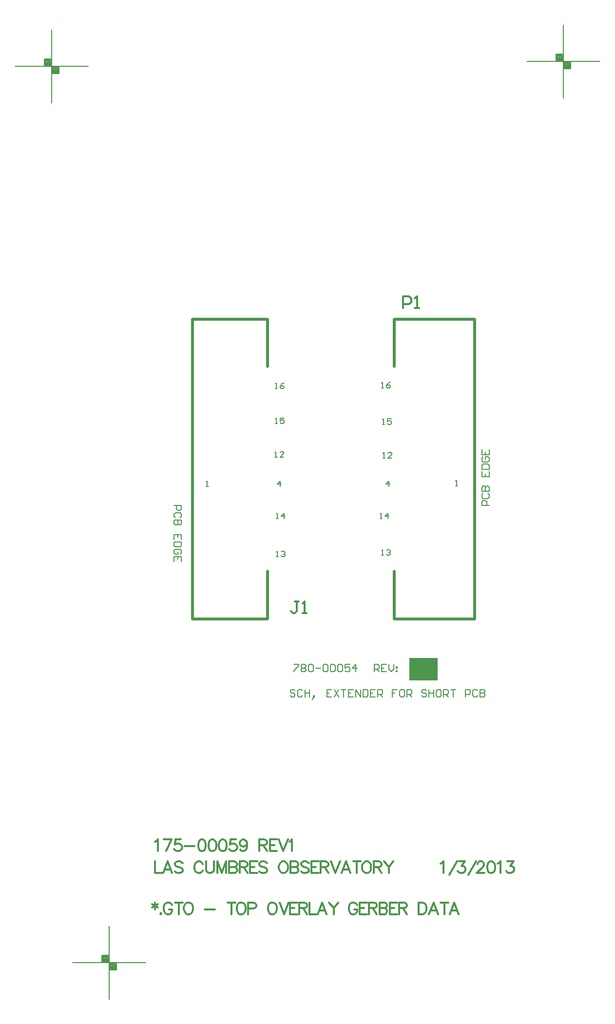
<source format=gto>
%FSLAX23Y23*%
%MOIN*%
G70*
G01*
G75*
G04 Layer_Color=65535*
%ADD10C,0.010*%
%ADD11C,0.012*%
%ADD12C,0.008*%
%ADD13C,0.012*%
%ADD14C,0.012*%
%ADD15C,0.080*%
%ADD16C,0.065*%
%ADD17C,0.059*%
%ADD18R,0.065X0.065*%
%ADD19C,0.157*%
%ADD20C,0.040*%
%ADD21C,0.092*%
%ADD22C,0.190*%
%ADD23C,0.206*%
%ADD24C,0.005*%
%ADD25C,0.020*%
%ADD26C,0.007*%
%ADD27R,0.198X0.152*%
D11*
X15612Y6704D02*
Y6658D01*
X15593Y6693D02*
X15632Y6670D01*
Y6693D02*
X15593Y6670D01*
X15652Y6632D02*
X15648Y6628D01*
X15652Y6624D01*
X15656Y6628D01*
X15652Y6632D01*
X15730Y6685D02*
X15726Y6693D01*
X15719Y6700D01*
X15711Y6704D01*
X15696D01*
X15688Y6700D01*
X15681Y6693D01*
X15677Y6685D01*
X15673Y6674D01*
Y6655D01*
X15677Y6643D01*
X15681Y6636D01*
X15688Y6628D01*
X15696Y6624D01*
X15711D01*
X15719Y6628D01*
X15726Y6636D01*
X15730Y6643D01*
Y6655D01*
X15711D02*
X15730D01*
X15775Y6704D02*
Y6624D01*
X15748Y6704D02*
X15802D01*
X15834D02*
X15827Y6700D01*
X15819Y6693D01*
X15815Y6685D01*
X15811Y6674D01*
Y6655D01*
X15815Y6643D01*
X15819Y6636D01*
X15827Y6628D01*
X15834Y6624D01*
X15849D01*
X15857Y6628D01*
X15865Y6636D01*
X15868Y6643D01*
X15872Y6655D01*
Y6674D01*
X15868Y6685D01*
X15865Y6693D01*
X15857Y6700D01*
X15849Y6704D01*
X15834D01*
X15954Y6658D02*
X16022D01*
X16135Y6704D02*
Y6624D01*
X16109Y6704D02*
X16162D01*
X16194D02*
X16187Y6700D01*
X16179Y6693D01*
X16175Y6685D01*
X16172Y6674D01*
Y6655D01*
X16175Y6643D01*
X16179Y6636D01*
X16187Y6628D01*
X16194Y6624D01*
X16210D01*
X16217Y6628D01*
X16225Y6636D01*
X16229Y6643D01*
X16233Y6655D01*
Y6674D01*
X16229Y6685D01*
X16225Y6693D01*
X16217Y6700D01*
X16210Y6704D01*
X16194D01*
X16251Y6662D02*
X16285D01*
X16297Y6666D01*
X16301Y6670D01*
X16305Y6678D01*
Y6689D01*
X16301Y6697D01*
X16297Y6700D01*
X16285Y6704D01*
X16251D01*
Y6624D01*
X16408Y6704D02*
X16400Y6700D01*
X16393Y6693D01*
X16389Y6685D01*
X16385Y6674D01*
Y6655D01*
X16389Y6643D01*
X16393Y6636D01*
X16400Y6628D01*
X16408Y6624D01*
X16423D01*
X16431Y6628D01*
X16439Y6636D01*
X16442Y6643D01*
X16446Y6655D01*
Y6674D01*
X16442Y6685D01*
X16439Y6693D01*
X16431Y6700D01*
X16423Y6704D01*
X16408D01*
X16465D02*
X16495Y6624D01*
X16526Y6704D02*
X16495Y6624D01*
X16586Y6704D02*
X16536D01*
Y6624D01*
X16586D01*
X16536Y6666D02*
X16567D01*
X16599Y6704D02*
Y6624D01*
Y6704D02*
X16633D01*
X16645Y6700D01*
X16648Y6697D01*
X16652Y6689D01*
Y6681D01*
X16648Y6674D01*
X16645Y6670D01*
X16633Y6666D01*
X16599D01*
X16626D02*
X16652Y6624D01*
X16670Y6704D02*
Y6624D01*
X16716D01*
X16786D02*
X16755Y6704D01*
X16725Y6624D01*
X16736Y6651D02*
X16774D01*
X16804Y6704D02*
X16835Y6666D01*
Y6624D01*
X16865Y6704D02*
X16835Y6666D01*
X16995Y6685D02*
X16992Y6693D01*
X16984Y6700D01*
X16976Y6704D01*
X16961D01*
X16954Y6700D01*
X16946Y6693D01*
X16942Y6685D01*
X16938Y6674D01*
Y6655D01*
X16942Y6643D01*
X16946Y6636D01*
X16954Y6628D01*
X16961Y6624D01*
X16976D01*
X16984Y6628D01*
X16992Y6636D01*
X16995Y6643D01*
Y6655D01*
X16976D02*
X16995D01*
X17063Y6704D02*
X17014D01*
Y6624D01*
X17063D01*
X17014Y6666D02*
X17044D01*
X17077Y6704D02*
Y6624D01*
Y6704D02*
X17111D01*
X17122Y6700D01*
X17126Y6697D01*
X17130Y6689D01*
Y6681D01*
X17126Y6674D01*
X17122Y6670D01*
X17111Y6666D01*
X17077D01*
X17103D02*
X17130Y6624D01*
X17148Y6704D02*
Y6624D01*
Y6704D02*
X17182D01*
X17193Y6700D01*
X17197Y6697D01*
X17201Y6689D01*
Y6681D01*
X17197Y6674D01*
X17193Y6670D01*
X17182Y6666D01*
X17148D02*
X17182D01*
X17193Y6662D01*
X17197Y6658D01*
X17201Y6651D01*
Y6639D01*
X17197Y6632D01*
X17193Y6628D01*
X17182Y6624D01*
X17148D01*
X17268Y6704D02*
X17219D01*
Y6624D01*
X17268D01*
X17219Y6666D02*
X17249D01*
X17282Y6704D02*
Y6624D01*
Y6704D02*
X17316D01*
X17328Y6700D01*
X17331Y6697D01*
X17335Y6689D01*
Y6681D01*
X17331Y6674D01*
X17328Y6670D01*
X17316Y6666D01*
X17282D01*
X17308D02*
X17335Y6624D01*
X17416Y6704D02*
Y6624D01*
Y6704D02*
X17443D01*
X17454Y6700D01*
X17462Y6693D01*
X17465Y6685D01*
X17469Y6674D01*
Y6655D01*
X17465Y6643D01*
X17462Y6636D01*
X17454Y6628D01*
X17443Y6624D01*
X17416D01*
X17548D02*
X17518Y6704D01*
X17487Y6624D01*
X17499Y6651D02*
X17537D01*
X17593Y6704D02*
Y6624D01*
X17567Y6704D02*
X17620D01*
X17691Y6624D02*
X17660Y6704D01*
X17630Y6624D01*
X17641Y6651D02*
X17679D01*
D12*
X17899Y9419D02*
X17849D01*
Y9443D01*
X17857Y9452D01*
X17874D01*
X17882Y9443D01*
Y9419D01*
X17857Y9502D02*
X17849Y9493D01*
Y9477D01*
X17857Y9468D01*
X17891D01*
X17899Y9477D01*
Y9493D01*
X17891Y9502D01*
X17849Y9518D02*
X17899D01*
Y9543D01*
X17891Y9552D01*
X17882D01*
X17874Y9543D01*
Y9518D01*
Y9543D01*
X17866Y9552D01*
X17857D01*
X17849Y9543D01*
Y9518D01*
Y9652D02*
Y9618D01*
X17899D01*
Y9652D01*
X17874Y9618D02*
Y9635D01*
X17849Y9668D02*
X17899D01*
Y9693D01*
X17891Y9702D01*
X17857D01*
X17849Y9693D01*
Y9668D01*
X17857Y9752D02*
X17849Y9743D01*
Y9727D01*
X17857Y9718D01*
X17891D01*
X17899Y9727D01*
Y9743D01*
X17891Y9752D01*
X17874D01*
Y9735D01*
X17849Y9802D02*
Y9768D01*
X17899D01*
Y9802D01*
X17874Y9768D02*
Y9785D01*
X15744Y9419D02*
X15794D01*
Y9394D01*
X15786Y9385D01*
X15769D01*
X15761Y9394D01*
Y9419D01*
X15786Y9335D02*
X15794Y9344D01*
Y9360D01*
X15786Y9369D01*
X15753D01*
X15744Y9360D01*
Y9344D01*
X15753Y9335D01*
X15794Y9319D02*
X15744D01*
Y9294D01*
X15753Y9285D01*
X15761D01*
X15769Y9294D01*
Y9319D01*
Y9294D01*
X15778Y9285D01*
X15786D01*
X15794Y9294D01*
Y9319D01*
Y9185D02*
Y9219D01*
X15744D01*
Y9185D01*
X15769Y9219D02*
Y9202D01*
X15794Y9169D02*
X15744D01*
Y9144D01*
X15753Y9135D01*
X15786D01*
X15794Y9144D01*
Y9169D01*
X15786Y9085D02*
X15794Y9094D01*
Y9110D01*
X15786Y9119D01*
X15753D01*
X15744Y9110D01*
Y9094D01*
X15753Y9085D01*
X15769D01*
Y9102D01*
X15794Y9035D02*
Y9069D01*
X15744D01*
Y9035D01*
X15769Y9069D02*
Y9052D01*
X16571Y8152D02*
X16563Y8160D01*
X16546D01*
X16538Y8152D01*
Y8144D01*
X16546Y8135D01*
X16563D01*
X16571Y8127D01*
Y8119D01*
X16563Y8110D01*
X16546D01*
X16538Y8119D01*
X16621Y8152D02*
X16613Y8160D01*
X16596D01*
X16588Y8152D01*
Y8119D01*
X16596Y8110D01*
X16613D01*
X16621Y8119D01*
X16638Y8160D02*
Y8110D01*
Y8135D01*
X16671D01*
Y8160D01*
Y8110D01*
X16696Y8102D02*
X16704Y8110D01*
Y8119D01*
X16696D01*
Y8110D01*
X16704D01*
X16696Y8102D01*
X16688Y8094D01*
X16821Y8160D02*
X16788D01*
Y8110D01*
X16821D01*
X16788Y8135D02*
X16804D01*
X16838Y8160D02*
X16871Y8110D01*
Y8160D02*
X16838Y8110D01*
X16887Y8160D02*
X16921D01*
X16904D01*
Y8110D01*
X16971Y8160D02*
X16937D01*
Y8110D01*
X16971D01*
X16937Y8135D02*
X16954D01*
X16987Y8110D02*
Y8160D01*
X17021Y8110D01*
Y8160D01*
X17037D02*
Y8110D01*
X17062D01*
X17071Y8119D01*
Y8152D01*
X17062Y8160D01*
X17037D01*
X17121D02*
X17087D01*
Y8110D01*
X17121D01*
X17087Y8135D02*
X17104D01*
X17137Y8110D02*
Y8160D01*
X17162D01*
X17171Y8152D01*
Y8135D01*
X17162Y8127D01*
X17137D01*
X17154D02*
X17171Y8110D01*
X17271Y8160D02*
X17237D01*
Y8135D01*
X17254D01*
X17237D01*
Y8110D01*
X17312Y8160D02*
X17296D01*
X17287Y8152D01*
Y8119D01*
X17296Y8110D01*
X17312D01*
X17321Y8119D01*
Y8152D01*
X17312Y8160D01*
X17337Y8110D02*
Y8160D01*
X17362D01*
X17371Y8152D01*
Y8135D01*
X17362Y8127D01*
X17337D01*
X17354D02*
X17371Y8110D01*
X17471Y8152D02*
X17462Y8160D01*
X17446D01*
X17437Y8152D01*
Y8144D01*
X17446Y8135D01*
X17462D01*
X17471Y8127D01*
Y8119D01*
X17462Y8110D01*
X17446D01*
X17437Y8119D01*
X17487Y8160D02*
Y8110D01*
Y8135D01*
X17521D01*
Y8160D01*
Y8110D01*
X17562Y8160D02*
X17546D01*
X17537Y8152D01*
Y8119D01*
X17546Y8110D01*
X17562D01*
X17571Y8119D01*
Y8152D01*
X17562Y8160D01*
X17587Y8110D02*
Y8160D01*
X17612D01*
X17621Y8152D01*
Y8135D01*
X17612Y8127D01*
X17587D01*
X17604D02*
X17621Y8110D01*
X17637Y8160D02*
X17671D01*
X17654D01*
Y8110D01*
X17737D02*
Y8160D01*
X17762D01*
X17771Y8152D01*
Y8135D01*
X17762Y8127D01*
X17737D01*
X17821Y8152D02*
X17812Y8160D01*
X17796D01*
X17787Y8152D01*
Y8119D01*
X17796Y8110D01*
X17812D01*
X17821Y8119D01*
X17837Y8160D02*
Y8110D01*
X17862D01*
X17871Y8119D01*
Y8127D01*
X17862Y8135D01*
X17837D01*
X17862D01*
X17871Y8144D01*
Y8152D01*
X17862Y8160D01*
X17837D01*
X16562Y8333D02*
X16596D01*
Y8324D01*
X16562Y8291D01*
Y8283D01*
X16612Y8324D02*
X16621Y8333D01*
X16637D01*
X16646Y8324D01*
Y8316D01*
X16637Y8308D01*
X16646Y8299D01*
Y8291D01*
X16637Y8283D01*
X16621D01*
X16612Y8291D01*
Y8299D01*
X16621Y8308D01*
X16612Y8316D01*
Y8324D01*
X16621Y8308D02*
X16637D01*
X16662Y8324D02*
X16671Y8333D01*
X16687D01*
X16695Y8324D01*
Y8291D01*
X16687Y8283D01*
X16671D01*
X16662Y8291D01*
Y8324D01*
X16712Y8308D02*
X16745D01*
X16762Y8324D02*
X16770Y8333D01*
X16787D01*
X16795Y8324D01*
Y8291D01*
X16787Y8283D01*
X16770D01*
X16762Y8291D01*
Y8324D01*
X16812D02*
X16820Y8333D01*
X16837D01*
X16845Y8324D01*
Y8291D01*
X16837Y8283D01*
X16820D01*
X16812Y8291D01*
Y8324D01*
X16862D02*
X16870Y8333D01*
X16887D01*
X16895Y8324D01*
Y8291D01*
X16887Y8283D01*
X16870D01*
X16862Y8291D01*
Y8324D01*
X16945Y8333D02*
X16912D01*
Y8308D01*
X16929Y8316D01*
X16937D01*
X16945Y8308D01*
Y8291D01*
X16937Y8283D01*
X16920D01*
X16912Y8291D01*
X16987Y8283D02*
Y8333D01*
X16962Y8308D01*
X16995D01*
X17112Y8283D02*
Y8333D01*
X17137D01*
X17145Y8324D01*
Y8308D01*
X17137Y8299D01*
X17112D01*
X17129D02*
X17145Y8283D01*
X17195Y8333D02*
X17162D01*
Y8283D01*
X17195D01*
X17162Y8308D02*
X17179D01*
X17212Y8333D02*
Y8299D01*
X17229Y8283D01*
X17245Y8299D01*
Y8333D01*
X17262Y8316D02*
X17270D01*
Y8308D01*
X17262D01*
Y8316D01*
Y8291D02*
X17270D01*
Y8283D01*
X17262D01*
Y8291D01*
X15050Y6294D02*
X15550D01*
X15300Y6044D02*
Y6544D01*
X15250Y6294D02*
Y6344D01*
X15300D01*
X15350Y6244D02*
Y6294D01*
X15300Y6244D02*
X15350D01*
X15305Y6289D02*
X15345D01*
Y6249D02*
Y6289D01*
X15305Y6249D02*
X15345D01*
X15305D02*
Y6289D01*
X15310Y6284D02*
X15340D01*
Y6254D02*
Y6284D01*
X15310Y6254D02*
X15340D01*
X15310D02*
Y6279D01*
X15315D02*
X15335D01*
Y6259D02*
Y6279D01*
X15315Y6259D02*
X15335D01*
X15315D02*
Y6274D01*
X15320D02*
X15330D01*
Y6264D02*
Y6274D01*
X15320Y6264D02*
X15330D01*
X15320D02*
Y6274D01*
Y6269D02*
X15330D01*
X15255Y6339D02*
X15295D01*
Y6299D02*
Y6339D01*
X15255Y6299D02*
X15295D01*
X15255D02*
Y6339D01*
X15260Y6334D02*
X15290D01*
Y6304D02*
Y6334D01*
X15260Y6304D02*
X15290D01*
X15260D02*
Y6329D01*
X15265D02*
X15285D01*
Y6309D02*
Y6329D01*
X15265Y6309D02*
X15285D01*
X15265D02*
Y6324D01*
X15270D02*
X15280D01*
Y6314D02*
Y6324D01*
X15270Y6314D02*
X15280D01*
X15270D02*
Y6324D01*
Y6319D02*
X15280D01*
X14657Y12424D02*
X15157D01*
X14907Y12174D02*
Y12674D01*
X14857Y12424D02*
Y12474D01*
X14907D01*
X14957Y12374D02*
Y12424D01*
X14907Y12374D02*
X14957D01*
X14912Y12419D02*
X14952D01*
Y12379D02*
Y12419D01*
X14912Y12379D02*
X14952D01*
X14912D02*
Y12419D01*
X14917Y12414D02*
X14947D01*
Y12384D02*
Y12414D01*
X14917Y12384D02*
X14947D01*
X14917D02*
Y12409D01*
X14922D02*
X14942D01*
Y12389D02*
Y12409D01*
X14922Y12389D02*
X14942D01*
X14922D02*
Y12404D01*
X14927D02*
X14937D01*
Y12394D02*
Y12404D01*
X14927Y12394D02*
X14937D01*
X14927D02*
Y12404D01*
Y12399D02*
X14937D01*
X14862Y12469D02*
X14902D01*
Y12429D02*
Y12469D01*
X14862Y12429D02*
X14902D01*
X14862D02*
Y12469D01*
X14867Y12464D02*
X14897D01*
Y12434D02*
Y12464D01*
X14867Y12434D02*
X14897D01*
X14867D02*
Y12459D01*
X14872D02*
X14892D01*
Y12439D02*
Y12459D01*
X14872Y12439D02*
X14892D01*
X14872D02*
Y12454D01*
X14877D02*
X14887D01*
Y12444D02*
Y12454D01*
X14877Y12444D02*
X14887D01*
X14877D02*
Y12454D01*
Y12449D02*
X14887D01*
X18157Y12458D02*
X18657D01*
X18407Y12208D02*
Y12708D01*
X18357Y12458D02*
Y12508D01*
X18407D01*
X18457Y12408D02*
Y12458D01*
X18407Y12408D02*
X18457D01*
X18412Y12453D02*
X18452D01*
Y12413D02*
Y12453D01*
X18412Y12413D02*
X18452D01*
X18412D02*
Y12453D01*
X18417Y12448D02*
X18447D01*
Y12418D02*
Y12448D01*
X18417Y12418D02*
X18447D01*
X18417D02*
Y12443D01*
X18422D02*
X18442D01*
Y12423D02*
Y12443D01*
X18422Y12423D02*
X18442D01*
X18422D02*
Y12438D01*
X18427D02*
X18437D01*
Y12428D02*
Y12438D01*
X18427Y12428D02*
X18437D01*
X18427D02*
Y12438D01*
Y12433D02*
X18437D01*
X18362Y12503D02*
X18402D01*
Y12463D02*
Y12503D01*
X18362Y12463D02*
X18402D01*
X18362D02*
Y12503D01*
X18367Y12498D02*
X18397D01*
Y12468D02*
Y12498D01*
X18367Y12468D02*
X18397D01*
X18367D02*
Y12493D01*
X18372D02*
X18392D01*
Y12473D02*
Y12493D01*
X18372Y12473D02*
X18392D01*
X18372D02*
Y12488D01*
X18377D02*
X18387D01*
Y12478D02*
Y12488D01*
X18377Y12478D02*
X18387D01*
X18377D02*
Y12488D01*
Y12483D02*
X18387D01*
D13*
X17311Y10771D02*
Y10851D01*
X17351D01*
X17365Y10838D01*
Y10811D01*
X17351Y10798D01*
X17311D01*
X17391Y10771D02*
X17418D01*
X17405D01*
Y10851D01*
X17391Y10838D01*
X16597Y8764D02*
X16570D01*
X16583D01*
Y8698D01*
X16570Y8684D01*
X16557D01*
X16544Y8698D01*
X16623Y8684D02*
X16650D01*
X16637D01*
Y8764D01*
X16623Y8751D01*
X15614Y7120D02*
X15622Y7123D01*
X15634Y7135D01*
Y7055D01*
X15726Y7135D02*
X15688Y7055D01*
X15673Y7135D02*
X15726D01*
X15790D02*
X15752D01*
X15748Y7101D01*
X15752Y7104D01*
X15763Y7108D01*
X15775D01*
X15786Y7104D01*
X15794Y7097D01*
X15798Y7085D01*
Y7078D01*
X15794Y7066D01*
X15786Y7059D01*
X15775Y7055D01*
X15763D01*
X15752Y7059D01*
X15748Y7062D01*
X15744Y7070D01*
X15816Y7089D02*
X15884D01*
X15931Y7135D02*
X15919Y7131D01*
X15912Y7120D01*
X15908Y7101D01*
Y7089D01*
X15912Y7070D01*
X15919Y7059D01*
X15931Y7055D01*
X15938D01*
X15950Y7059D01*
X15957Y7070D01*
X15961Y7089D01*
Y7101D01*
X15957Y7120D01*
X15950Y7131D01*
X15938Y7135D01*
X15931D01*
X16002D02*
X15990Y7131D01*
X15983Y7120D01*
X15979Y7101D01*
Y7089D01*
X15983Y7070D01*
X15990Y7059D01*
X16002Y7055D01*
X16009D01*
X16021Y7059D01*
X16028Y7070D01*
X16032Y7089D01*
Y7101D01*
X16028Y7120D01*
X16021Y7131D01*
X16009Y7135D01*
X16002D01*
X16073D02*
X16062Y7131D01*
X16054Y7120D01*
X16050Y7101D01*
Y7089D01*
X16054Y7070D01*
X16062Y7059D01*
X16073Y7055D01*
X16081D01*
X16092Y7059D01*
X16100Y7070D01*
X16103Y7089D01*
Y7101D01*
X16100Y7120D01*
X16092Y7131D01*
X16081Y7135D01*
X16073D01*
X16167D02*
X16129D01*
X16125Y7101D01*
X16129Y7104D01*
X16140Y7108D01*
X16152D01*
X16163Y7104D01*
X16171Y7097D01*
X16175Y7085D01*
Y7078D01*
X16171Y7066D01*
X16163Y7059D01*
X16152Y7055D01*
X16140D01*
X16129Y7059D01*
X16125Y7062D01*
X16121Y7070D01*
X16242Y7108D02*
X16238Y7097D01*
X16231Y7089D01*
X16219Y7085D01*
X16215D01*
X16204Y7089D01*
X16196Y7097D01*
X16193Y7108D01*
Y7112D01*
X16196Y7123D01*
X16204Y7131D01*
X16215Y7135D01*
X16219D01*
X16231Y7131D01*
X16238Y7123D01*
X16242Y7108D01*
Y7089D01*
X16238Y7070D01*
X16231Y7059D01*
X16219Y7055D01*
X16212D01*
X16200Y7059D01*
X16196Y7066D01*
X16327Y7135D02*
Y7055D01*
Y7135D02*
X16361D01*
X16372Y7131D01*
X16376Y7127D01*
X16380Y7120D01*
Y7112D01*
X16376Y7104D01*
X16372Y7101D01*
X16361Y7097D01*
X16327D01*
X16353D02*
X16380Y7055D01*
X16447Y7135D02*
X16398D01*
Y7055D01*
X16447D01*
X16398Y7097D02*
X16428D01*
X16461Y7135D02*
X16491Y7055D01*
X16522Y7135D02*
X16491Y7055D01*
X16532Y7120D02*
X16540Y7123D01*
X16551Y7135D01*
Y7055D01*
D14*
X15614Y6985D02*
Y6905D01*
X15660D01*
X15730D02*
X15699Y6985D01*
X15669Y6905D01*
X15680Y6931D02*
X15718D01*
X15802Y6973D02*
X15794Y6981D01*
X15783Y6985D01*
X15768D01*
X15756Y6981D01*
X15749Y6973D01*
Y6966D01*
X15752Y6958D01*
X15756Y6954D01*
X15764Y6950D01*
X15787Y6943D01*
X15794Y6939D01*
X15798Y6935D01*
X15802Y6928D01*
Y6916D01*
X15794Y6909D01*
X15783Y6905D01*
X15768D01*
X15756Y6909D01*
X15749Y6916D01*
X15940Y6966D02*
X15936Y6973D01*
X15928Y6981D01*
X15921Y6985D01*
X15905D01*
X15898Y6981D01*
X15890Y6973D01*
X15886Y6966D01*
X15883Y6954D01*
Y6935D01*
X15886Y6924D01*
X15890Y6916D01*
X15898Y6909D01*
X15905Y6905D01*
X15921D01*
X15928Y6909D01*
X15936Y6916D01*
X15940Y6924D01*
X15962Y6985D02*
Y6928D01*
X15966Y6916D01*
X15974Y6909D01*
X15985Y6905D01*
X15993D01*
X16004Y6909D01*
X16012Y6916D01*
X16016Y6928D01*
Y6985D01*
X16038D02*
Y6905D01*
Y6985D02*
X16068Y6905D01*
X16099Y6985D02*
X16068Y6905D01*
X16099Y6985D02*
Y6905D01*
X16121Y6985D02*
Y6905D01*
Y6985D02*
X16156D01*
X16167Y6981D01*
X16171Y6977D01*
X16175Y6970D01*
Y6962D01*
X16171Y6954D01*
X16167Y6950D01*
X16156Y6947D01*
X16121D02*
X16156D01*
X16167Y6943D01*
X16171Y6939D01*
X16175Y6931D01*
Y6920D01*
X16171Y6912D01*
X16167Y6909D01*
X16156Y6905D01*
X16121D01*
X16193Y6985D02*
Y6905D01*
Y6985D02*
X16227D01*
X16238Y6981D01*
X16242Y6977D01*
X16246Y6970D01*
Y6962D01*
X16242Y6954D01*
X16238Y6950D01*
X16227Y6947D01*
X16193D01*
X16219D02*
X16246Y6905D01*
X16313Y6985D02*
X16264D01*
Y6905D01*
X16313D01*
X16264Y6947D02*
X16294D01*
X16380Y6973D02*
X16372Y6981D01*
X16361Y6985D01*
X16346D01*
X16334Y6981D01*
X16327Y6973D01*
Y6966D01*
X16330Y6958D01*
X16334Y6954D01*
X16342Y6950D01*
X16365Y6943D01*
X16372Y6939D01*
X16376Y6935D01*
X16380Y6928D01*
Y6916D01*
X16372Y6909D01*
X16361Y6905D01*
X16346D01*
X16334Y6909D01*
X16327Y6916D01*
X16484Y6985D02*
X16476Y6981D01*
X16468Y6973D01*
X16465Y6966D01*
X16461Y6954D01*
Y6935D01*
X16465Y6924D01*
X16468Y6916D01*
X16476Y6909D01*
X16484Y6905D01*
X16499D01*
X16506Y6909D01*
X16514Y6916D01*
X16518Y6924D01*
X16522Y6935D01*
Y6954D01*
X16518Y6966D01*
X16514Y6973D01*
X16506Y6981D01*
X16499Y6985D01*
X16484D01*
X16540D02*
Y6905D01*
Y6985D02*
X16575D01*
X16586Y6981D01*
X16590Y6977D01*
X16594Y6970D01*
Y6962D01*
X16590Y6954D01*
X16586Y6950D01*
X16575Y6947D01*
X16540D02*
X16575D01*
X16586Y6943D01*
X16590Y6939D01*
X16594Y6931D01*
Y6920D01*
X16590Y6912D01*
X16586Y6909D01*
X16575Y6905D01*
X16540D01*
X16665Y6973D02*
X16657Y6981D01*
X16646Y6985D01*
X16631D01*
X16619Y6981D01*
X16612Y6973D01*
Y6966D01*
X16615Y6958D01*
X16619Y6954D01*
X16627Y6950D01*
X16650Y6943D01*
X16657Y6939D01*
X16661Y6935D01*
X16665Y6928D01*
Y6916D01*
X16657Y6909D01*
X16646Y6905D01*
X16631D01*
X16619Y6909D01*
X16612Y6916D01*
X16732Y6985D02*
X16683D01*
Y6905D01*
X16732D01*
X16683Y6947D02*
X16713D01*
X16746Y6985D02*
Y6905D01*
Y6985D02*
X16780D01*
X16791Y6981D01*
X16795Y6977D01*
X16799Y6970D01*
Y6962D01*
X16795Y6954D01*
X16791Y6950D01*
X16780Y6947D01*
X16746D01*
X16772D02*
X16799Y6905D01*
X16817Y6985D02*
X16847Y6905D01*
X16878Y6985D02*
X16847Y6905D01*
X16949D02*
X16919Y6985D01*
X16888Y6905D01*
X16900Y6931D02*
X16938D01*
X16994Y6985D02*
Y6905D01*
X16968Y6985D02*
X17021D01*
X17053D02*
X17046Y6981D01*
X17038Y6973D01*
X17034Y6966D01*
X17031Y6954D01*
Y6935D01*
X17034Y6924D01*
X17038Y6916D01*
X17046Y6909D01*
X17053Y6905D01*
X17069D01*
X17076Y6909D01*
X17084Y6916D01*
X17088Y6924D01*
X17091Y6935D01*
Y6954D01*
X17088Y6966D01*
X17084Y6973D01*
X17076Y6981D01*
X17069Y6985D01*
X17053D01*
X17110D02*
Y6905D01*
Y6985D02*
X17144D01*
X17156Y6981D01*
X17160Y6977D01*
X17163Y6970D01*
Y6962D01*
X17160Y6954D01*
X17156Y6950D01*
X17144Y6947D01*
X17110D01*
X17137D02*
X17163Y6905D01*
X17181Y6985D02*
X17212Y6947D01*
Y6905D01*
X17242Y6985D02*
X17212Y6947D01*
X17567Y6970D02*
X17574Y6973D01*
X17586Y6985D01*
Y6905D01*
X17625Y6893D02*
X17679Y6985D01*
X17692D02*
X17734D01*
X17711Y6954D01*
X17722D01*
X17730Y6950D01*
X17734Y6947D01*
X17737Y6935D01*
Y6928D01*
X17734Y6916D01*
X17726Y6909D01*
X17715Y6905D01*
X17703D01*
X17692Y6909D01*
X17688Y6912D01*
X17684Y6920D01*
X17755Y6893D02*
X17809Y6985D01*
X17818Y6966D02*
Y6970D01*
X17822Y6977D01*
X17825Y6981D01*
X17833Y6985D01*
X17848D01*
X17856Y6981D01*
X17860Y6977D01*
X17863Y6970D01*
Y6962D01*
X17860Y6954D01*
X17852Y6943D01*
X17814Y6905D01*
X17867D01*
X17908Y6985D02*
X17897Y6981D01*
X17889Y6970D01*
X17885Y6950D01*
Y6939D01*
X17889Y6920D01*
X17897Y6909D01*
X17908Y6905D01*
X17916D01*
X17927Y6909D01*
X17935Y6920D01*
X17939Y6939D01*
Y6950D01*
X17935Y6970D01*
X17927Y6981D01*
X17916Y6985D01*
X17908D01*
X17956Y6970D02*
X17964Y6973D01*
X17975Y6985D01*
Y6905D01*
X18023Y6985D02*
X18065D01*
X18042Y6954D01*
X18053D01*
X18061Y6950D01*
X18065Y6947D01*
X18068Y6935D01*
Y6928D01*
X18065Y6916D01*
X18057Y6909D01*
X18046Y6905D01*
X18034D01*
X18023Y6909D01*
X18019Y6912D01*
X18015Y6920D01*
D25*
X17799Y9669D02*
Y10694D01*
X17249D02*
X17799D01*
Y8644D02*
Y9669D01*
X17249Y8644D02*
X17799D01*
X17249Y10369D02*
Y10694D01*
Y8644D02*
Y8969D01*
X16382Y8644D02*
Y8969D01*
Y10369D02*
Y10694D01*
X15870Y8644D02*
X16382D01*
X15870D02*
Y9669D01*
Y10694D02*
X16382D01*
X15870Y9669D02*
Y10694D01*
D26*
X17169Y9974D02*
X17182D01*
X17176D01*
Y10013D01*
X17169Y10007D01*
X17229Y10013D02*
X17202D01*
Y9993D01*
X17216Y10000D01*
X17222D01*
X17229Y9993D01*
Y9980D01*
X17222Y9974D01*
X17209D01*
X17202Y9980D01*
X17154Y9329D02*
X17167D01*
X17161D01*
Y9368D01*
X17154Y9362D01*
X17207Y9329D02*
Y9368D01*
X17187Y9348D01*
X17214D01*
X17174Y9744D02*
X17187D01*
X17181D01*
Y9783D01*
X17174Y9777D01*
X17234Y9744D02*
X17207D01*
X17234Y9770D01*
Y9777D01*
X17227Y9783D01*
X17214D01*
X17207Y9777D01*
X17214Y9549D02*
Y9588D01*
X17194Y9568D01*
X17221D01*
X17164Y10224D02*
X17177D01*
X17171D01*
Y10263D01*
X17164Y10257D01*
X17224Y10263D02*
X17211Y10257D01*
X17197Y10243D01*
Y10230D01*
X17204Y10224D01*
X17217D01*
X17224Y10230D01*
Y10237D01*
X17217Y10243D01*
X17197D01*
X17164Y9079D02*
X17177D01*
X17171D01*
Y9118D01*
X17164Y9112D01*
X17197D02*
X17204Y9118D01*
X17217D01*
X17224Y9112D01*
Y9105D01*
X17217Y9098D01*
X17211D01*
X17217D01*
X17224Y9092D01*
Y9085D01*
X17217Y9079D01*
X17204D01*
X17197Y9085D01*
X17669Y9554D02*
X17682D01*
X17676D01*
Y9593D01*
X17669Y9587D01*
X15964Y9549D02*
X15978D01*
X15971D01*
Y9588D01*
X15964Y9582D01*
X16442Y9069D02*
X16456D01*
X16449D01*
Y9108D01*
X16442Y9102D01*
X16476D02*
X16482Y9108D01*
X16496D01*
X16502Y9102D01*
Y9095D01*
X16496Y9088D01*
X16489D01*
X16496D01*
X16502Y9082D01*
Y9075D01*
X16496Y9069D01*
X16482D01*
X16476Y9075D01*
X16435Y10219D02*
X16449D01*
X16442D01*
Y10258D01*
X16435Y10252D01*
X16495Y10258D02*
X16482Y10252D01*
X16469Y10238D01*
Y10225D01*
X16475Y10219D01*
X16489D01*
X16495Y10225D01*
Y10232D01*
X16489Y10238D01*
X16469D01*
X16469Y9549D02*
Y9588D01*
X16449Y9568D01*
X16476D01*
X16434Y9749D02*
X16448D01*
X16441D01*
Y9788D01*
X16434Y9782D01*
X16494Y9749D02*
X16468D01*
X16494Y9775D01*
Y9782D01*
X16488Y9788D01*
X16474D01*
X16468Y9782D01*
X16442Y9329D02*
X16456D01*
X16449D01*
Y9368D01*
X16442Y9362D01*
X16496Y9329D02*
Y9368D01*
X16476Y9348D01*
X16502D01*
X16435Y9979D02*
X16449D01*
X16442D01*
Y10018D01*
X16435Y10012D01*
X16495Y10018D02*
X16469D01*
Y9998D01*
X16482Y10005D01*
X16489D01*
X16495Y9998D01*
Y9985D01*
X16489Y9979D01*
X16475D01*
X16469Y9985D01*
D27*
X17450Y8301D02*
D03*
M02*

</source>
